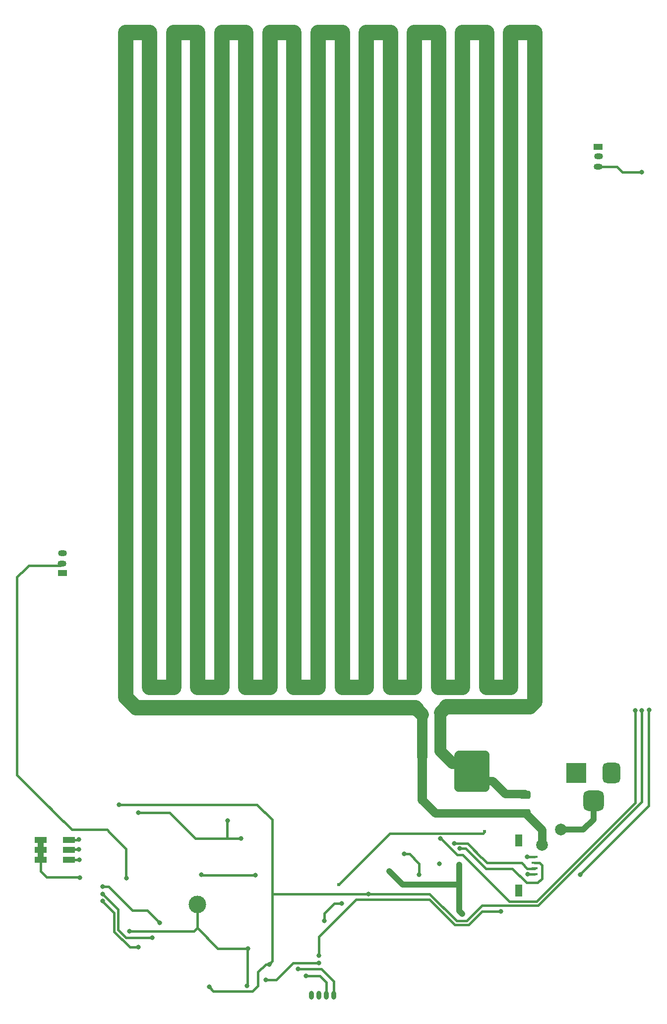
<source format=gbr>
%TF.GenerationSoftware,KiCad,Pcbnew,(6.0.0)*%
%TF.CreationDate,2022-06-08T16:09:46+02:00*%
%TF.ProjectId,HotPlate,486f7450-6c61-4746-952e-6b696361645f,1.0*%
%TF.SameCoordinates,Original*%
%TF.FileFunction,Copper,L1,Top*%
%TF.FilePolarity,Positive*%
%FSLAX46Y46*%
G04 Gerber Fmt 4.6, Leading zero omitted, Abs format (unit mm)*
G04 Created by KiCad (PCBNEW (6.0.0)) date 2022-06-08 16:09:46*
%MOMM*%
%LPD*%
G01*
G04 APERTURE LIST*
G04 Aperture macros list*
%AMRoundRect*
0 Rectangle with rounded corners*
0 $1 Rounding radius*
0 $2 $3 $4 $5 $6 $7 $8 $9 X,Y pos of 4 corners*
0 Add a 4 corners polygon primitive as box body*
4,1,4,$2,$3,$4,$5,$6,$7,$8,$9,$2,$3,0*
0 Add four circle primitives for the rounded corners*
1,1,$1+$1,$2,$3*
1,1,$1+$1,$4,$5*
1,1,$1+$1,$6,$7*
1,1,$1+$1,$8,$9*
0 Add four rect primitives between the rounded corners*
20,1,$1+$1,$2,$3,$4,$5,0*
20,1,$1+$1,$4,$5,$6,$7,0*
20,1,$1+$1,$6,$7,$8,$9,0*
20,1,$1+$1,$8,$9,$2,$3,0*%
G04 Aperture macros list end*
%TA.AperFunction,ComponentPad*%
%ADD10R,1.524000X1.016000*%
%TD*%
%TA.AperFunction,ComponentPad*%
%ADD11O,1.524000X1.016000*%
%TD*%
%TA.AperFunction,SMDPad,CuDef*%
%ADD12R,2.000000X1.100000*%
%TD*%
%TA.AperFunction,SMDPad,CuDef*%
%ADD13RoundRect,0.250000X0.650000X-0.412500X0.650000X0.412500X-0.650000X0.412500X-0.650000X-0.412500X0*%
%TD*%
%TA.AperFunction,SMDPad,CuDef*%
%ADD14R,1.000000X0.400000*%
%TD*%
%TA.AperFunction,SMDPad,CuDef*%
%ADD15R,1.300000X2.000000*%
%TD*%
%TA.AperFunction,SMDPad,CuDef*%
%ADD16R,1.200000X0.900000*%
%TD*%
%TA.AperFunction,ComponentPad*%
%ADD17R,3.500000X3.500000*%
%TD*%
%TA.AperFunction,ComponentPad*%
%ADD18RoundRect,0.750000X0.750000X1.000000X-0.750000X1.000000X-0.750000X-1.000000X0.750000X-1.000000X0*%
%TD*%
%TA.AperFunction,ComponentPad*%
%ADD19RoundRect,0.875000X0.875000X0.875000X-0.875000X0.875000X-0.875000X-0.875000X0.875000X-0.875000X0*%
%TD*%
%TA.AperFunction,SMDPad,CuDef*%
%ADD20O,0.800000X1.500000*%
%TD*%
%TA.AperFunction,ViaPad*%
%ADD21C,0.800000*%
%TD*%
%TA.AperFunction,ViaPad*%
%ADD22C,1.000000*%
%TD*%
%TA.AperFunction,ViaPad*%
%ADD23C,3.000000*%
%TD*%
%TA.AperFunction,ViaPad*%
%ADD24C,2.000000*%
%TD*%
%TA.AperFunction,ViaPad*%
%ADD25C,0.610000*%
%TD*%
%TA.AperFunction,Conductor*%
%ADD26C,0.400000*%
%TD*%
%TA.AperFunction,Conductor*%
%ADD27C,1.000000*%
%TD*%
%TA.AperFunction,Conductor*%
%ADD28C,2.600000*%
%TD*%
%TA.AperFunction,Conductor*%
%ADD29C,1.400000*%
%TD*%
%TA.AperFunction,Conductor*%
%ADD30C,1.600000*%
%TD*%
%TA.AperFunction,Conductor*%
%ADD31C,2.000000*%
%TD*%
%TA.AperFunction,Conductor*%
%ADD32C,1.800000*%
%TD*%
%TA.AperFunction,Conductor*%
%ADD33C,2.300000*%
%TD*%
G04 APERTURE END LIST*
D10*
%TO.P,LMT1,1,VDD*%
%TO.N,/3V3*%
X10605000Y-98060000D03*
D11*
%TO.P,LMT1,2,OUT*%
%TO.N,/IO13_TempData*%
X10575000Y-96450000D03*
%TO.P,LMT1,3,GND*%
%TO.N,/GND*%
X10635000Y-94730000D03*
%TD*%
D12*
%TO.P,RGBLED1,1,RK*%
%TO.N,Net-(LEDR3-Pad1)*%
X11702500Y-147030000D03*
%TO.P,RGBLED1,2,GK*%
%TO.N,Net-(LEDR2-Pad1)*%
X11702500Y-145330000D03*
%TO.P,RGBLED1,3,BK*%
%TO.N,Net-(LEDR1-Pad1)*%
X11702500Y-143630000D03*
%TO.P,RGBLED1,4,BA*%
%TO.N,/GND*%
X6902500Y-143630000D03*
%TO.P,RGBLED1,5,GA*%
X6902500Y-145330000D03*
%TO.P,RGBLED1,6,RA*%
X6902500Y-147030000D03*
%TD*%
D10*
%TO.P,LMT2,1,VDD*%
%TO.N,/3V3*%
X102079125Y-25400000D03*
D11*
%TO.P,LMT2,2,OUT*%
%TO.N,/IO15_TempData*%
X102109125Y-27010000D03*
%TO.P,LMT2,3,GND*%
%TO.N,/GND*%
X102049125Y-28730000D03*
%TD*%
D13*
%TO.P,PC3,1*%
%TO.N,Element*%
X89660000Y-139082500D03*
%TO.P,PC3,2*%
X89660000Y-135957500D03*
%TD*%
D14*
%TO.P,J11,1,Pin_1*%
%TO.N,/5V0*%
X91240000Y-146510000D03*
%TO.P,J11,2,Pin_2*%
%TO.N,/IO17_UD2TX_NexRX*%
X91240000Y-147510000D03*
%TO.P,J11,3,Pin_3*%
%TO.N,/IO16_UD2RX_NexTX*%
X91240000Y-148510000D03*
%TO.P,J11,4,Pin_4*%
%TO.N,/GND*%
X91240000Y-149510000D03*
D15*
%TO.P,J11,MP*%
%TO.N,N/C*%
X88540000Y-152310000D03*
X88540000Y-143710000D03*
%TD*%
D16*
%TO.P,HD1,1,K*%
%TO.N,Element*%
X86250000Y-139090000D03*
%TO.P,HD1,2,A*%
X86250000Y-135790000D03*
%TD*%
D17*
%TO.P,J1,1*%
%TO.N,Net-(5A1-Pad2)*%
X98320000Y-132252500D03*
D18*
%TO.P,J1,2*%
%TO.N,/GND*%
X104320000Y-132252500D03*
D19*
%TO.P,J1,3*%
X101320000Y-136952500D03*
%TD*%
D20*
%TO.P,J2,5,Pin_5*%
%TO.N,/RST_EN_RTS*%
X56975000Y-170149500D03*
%TO.P,J2,6,Pin_6*%
%TO.N,/IO0_BOOT_DTR*%
X55705000Y-170149500D03*
%TO.P,J2,7,Pin_7*%
%TO.N,unconnected-(J2-Pad7)*%
X54435000Y-170149500D03*
%TO.P,J2,8,Pin_8*%
%TO.N,unconnected-(J2-Pad8)*%
X53165000Y-170149500D03*
%TD*%
D21*
%TO.N,/5V0*%
X89920000Y-146520000D03*
%TO.N,/VIN-D*%
X68980000Y-146040000D03*
X71520000Y-149600000D03*
%TO.N,/GND*%
X99050000Y-149560000D03*
X54400000Y-164660000D03*
D22*
X66390000Y-148970000D03*
D21*
X23614648Y-138980000D03*
X42264648Y-162160000D03*
D22*
X78360000Y-147860000D03*
D21*
X38834648Y-140370000D03*
X45380000Y-167520000D03*
X90020000Y-149530000D03*
D22*
X78860000Y-156240000D03*
D21*
X41119648Y-143395000D03*
D23*
X33619648Y-154680000D03*
D21*
X22015000Y-159215000D03*
X13617852Y-150050000D03*
D24*
X95730000Y-141910000D03*
D21*
X74990000Y-147700000D03*
X58280000Y-154490000D03*
X55360000Y-157490000D03*
X42160000Y-168500000D03*
X109500000Y-29710000D03*
X110770000Y-121450000D03*
%TO.N,/3V3*%
X45890000Y-164860000D03*
X35660000Y-168750000D03*
X62850000Y-152850000D03*
X109510000Y-121520000D03*
X20310000Y-137640000D03*
%TO.N,/RST_EN_RTS*%
X50880000Y-165650000D03*
%TO.N,/IO13_TempData*%
X21510000Y-150180000D03*
%TO.N,/IO0_BOOT_DTR*%
X52160000Y-166850000D03*
%TO.N,/IO16_UD2RX_NexTX*%
X77480000Y-144240000D03*
%TO.N,/IO17_UD2TX_NexRX*%
X78430000Y-145070000D03*
%TO.N,Net-(LEDR1-Pad1)*%
X13382500Y-143570000D03*
%TO.N,Net-(LEDR2-Pad1)*%
X13442500Y-145300000D03*
%TO.N,Net-(LEDR3-Pad1)*%
X13472500Y-147070000D03*
%TO.N,/IO19_Gate*%
X43544648Y-149680000D03*
D25*
X57779648Y-151232500D03*
D21*
X34369648Y-149555000D03*
D25*
X82670000Y-142220000D03*
D21*
%TO.N,/IO14_LEDG*%
X17480000Y-152850000D03*
X25940000Y-160310000D03*
%TO.N,/IO12_LEDB*%
X23570000Y-161970000D03*
X17470000Y-154080000D03*
%TO.N,/IO15_TempData*%
X75130000Y-143410000D03*
X108430000Y-121580000D03*
%TO.N,/IO27_LEDR*%
X17450000Y-151570000D03*
X27205000Y-157805000D03*
D24*
%TO.N,Element*%
X79059648Y-130515000D03*
X92520000Y-144490000D03*
X81739648Y-130375000D03*
X78989648Y-133615000D03*
X81819648Y-133545000D03*
D21*
%TO.N,Net-(D1-Pad2)*%
X54370000Y-163390000D03*
X85485000Y-155855000D03*
%TD*%
D26*
%TO.N,/5V0*%
X89930000Y-146510000D02*
X89920000Y-146520000D01*
X91240000Y-146510000D02*
X89930000Y-146510000D01*
%TO.N,/VIN-D*%
X68980000Y-146040000D02*
X69850000Y-146040000D01*
X69850000Y-146040000D02*
X71520000Y-147710000D01*
X71520000Y-147710000D02*
X71520000Y-149600000D01*
%TO.N,/GND*%
X38729648Y-140485000D02*
X38799648Y-140415000D01*
X7952500Y-150040000D02*
X13592500Y-150040000D01*
X110770000Y-121450000D02*
X110730000Y-121490000D01*
X106230000Y-29710000D02*
X105250000Y-28730000D01*
D27*
X78360000Y-155740000D02*
X78860000Y-156240000D01*
D26*
X42264648Y-162160000D02*
X37109296Y-162160000D01*
X57060000Y-154490000D02*
X58280000Y-154490000D01*
X110730000Y-133020000D02*
X110730000Y-137810000D01*
X33339648Y-143395000D02*
X28924648Y-138980000D01*
X42220000Y-168620000D02*
X42220000Y-162080000D01*
X49960000Y-164660000D02*
X47100000Y-167520000D01*
D27*
X78360000Y-151260000D02*
X68700000Y-151260000D01*
X78360000Y-151260000D02*
X78360000Y-151820000D01*
X6892500Y-143650000D02*
X6892500Y-147050000D01*
D26*
X47100000Y-167520000D02*
X45380000Y-167520000D01*
X55360000Y-156190000D02*
X57060000Y-154490000D01*
D27*
X101320000Y-140150000D02*
X101320000Y-136952500D01*
D26*
X28924648Y-138980000D02*
X23614648Y-138980000D01*
X54400000Y-164660000D02*
X49960000Y-164660000D01*
X105250000Y-28730000D02*
X102049125Y-28730000D01*
X106230000Y-29710000D02*
X109500000Y-29710000D01*
D27*
X68700000Y-151260000D02*
X66400000Y-148960000D01*
D26*
X37109296Y-162160000D02*
X33619648Y-158670352D01*
X91240000Y-149510000D02*
X90160000Y-149510000D01*
X33619648Y-158670352D02*
X33619648Y-154680000D01*
X38799648Y-140415000D02*
X38834648Y-140380000D01*
X110730000Y-137810000D02*
X98960000Y-149580000D01*
X6902500Y-147030000D02*
X6902500Y-148990000D01*
D27*
X78360000Y-149620000D02*
X78360000Y-151260000D01*
D26*
X33075000Y-159215000D02*
X33619648Y-158670352D01*
D27*
X95730000Y-141910000D02*
X99560000Y-141910000D01*
X99560000Y-141910000D02*
X101320000Y-140150000D01*
D26*
X6902500Y-148990000D02*
X7952500Y-150040000D01*
X42134648Y-162250000D02*
X42204648Y-162180000D01*
X41119648Y-143395000D02*
X38729648Y-143395000D01*
X110730000Y-121490000D02*
X110730000Y-133020000D01*
X22015000Y-159215000D02*
X33075000Y-159215000D01*
X38729648Y-143395000D02*
X38729648Y-140485000D01*
D27*
X78360000Y-149620000D02*
X78360000Y-155740000D01*
X78360000Y-147860000D02*
X78360000Y-149620000D01*
D26*
X55360000Y-157490000D02*
X55360000Y-156190000D01*
X38729648Y-143395000D02*
X33339648Y-143395000D01*
%TO.N,/3V3*%
X45350000Y-164860000D02*
X44010000Y-166200000D01*
X62629648Y-152882500D02*
X60252148Y-152882500D01*
X44010000Y-166200000D02*
X44010000Y-168520000D01*
X46400000Y-164350000D02*
X46400000Y-152790000D01*
X20345000Y-137605000D02*
X20310000Y-137640000D01*
X109490000Y-137090000D02*
X109490000Y-121540000D01*
X44010000Y-168520000D02*
X43080000Y-169450000D01*
X43080000Y-169450000D02*
X36360000Y-169450000D01*
X43839648Y-137605000D02*
X20345000Y-137605000D01*
X45890000Y-164860000D02*
X45350000Y-164860000D01*
X60252148Y-152882500D02*
X59909648Y-152882500D01*
X46400000Y-152790000D02*
X46400000Y-140165352D01*
X46492500Y-152882500D02*
X46400000Y-152790000D01*
X73290000Y-152850000D02*
X77930000Y-157490000D01*
X77930000Y-157490000D02*
X79590000Y-157490000D01*
X82290000Y-154790000D02*
X91790000Y-154790000D01*
X46400000Y-140165352D02*
X43839648Y-137605000D01*
X36360000Y-169450000D02*
X35660000Y-168750000D01*
X45890000Y-164860000D02*
X46400000Y-164350000D01*
X79590000Y-157490000D02*
X82290000Y-154790000D01*
X109490000Y-121540000D02*
X109510000Y-121520000D01*
X102360000Y-25490000D02*
X102290000Y-25560000D01*
X91790000Y-154790000D02*
X109490000Y-137090000D01*
X60252148Y-152882500D02*
X46492500Y-152882500D01*
X62850000Y-152850000D02*
X73290000Y-152850000D01*
%TO.N,/RST_EN_RTS*%
X50900000Y-165630000D02*
X50880000Y-165650000D01*
X56975000Y-167765000D02*
X54840000Y-165630000D01*
X54840000Y-165630000D02*
X50900000Y-165630000D01*
X56975000Y-170149500D02*
X56975000Y-167765000D01*
%TO.N,/IO13_TempData*%
X18205352Y-141895352D02*
X18685000Y-142375000D01*
X2870000Y-98790000D02*
X4340000Y-97320000D01*
X12225352Y-141895352D02*
X9290000Y-138960000D01*
X21460000Y-145150000D02*
X21460000Y-150170000D01*
X2870000Y-132540000D02*
X2870000Y-98790000D01*
X14155352Y-141895352D02*
X12225352Y-141895352D01*
X14155352Y-141895352D02*
X18205352Y-141895352D01*
X4340000Y-97320000D02*
X4840000Y-96820000D01*
X10260000Y-96820000D02*
X10350000Y-96730000D01*
X9290000Y-138960000D02*
X2870000Y-132540000D01*
X18685000Y-142375000D02*
X21460000Y-145150000D01*
X9290000Y-138960000D02*
X8340000Y-138010000D01*
X4840000Y-96820000D02*
X10260000Y-96820000D01*
%TO.N,/IO0_BOOT_DTR*%
X55705000Y-170149500D02*
X55705000Y-167965000D01*
X54570000Y-166830000D02*
X52220000Y-166830000D01*
X55705000Y-167965000D02*
X54570000Y-166830000D01*
%TO.N,/IO16_UD2RX_NexTX*%
X81437324Y-145912676D02*
X81222324Y-145697676D01*
X81437324Y-145912676D02*
X82924648Y-147400000D01*
X85180000Y-147570000D02*
X84684648Y-147570000D01*
X81222324Y-145697676D02*
X80474648Y-144950000D01*
X84684648Y-147570000D02*
X84434648Y-147570000D01*
X85180000Y-147570000D02*
X89000000Y-147570000D01*
X89950000Y-148520000D02*
X91230000Y-148520000D01*
X91230000Y-148520000D02*
X91240000Y-148510000D01*
X89000000Y-147570000D02*
X89950000Y-148520000D01*
X80922324Y-145397676D02*
X81437324Y-145912676D01*
X80634648Y-145110000D02*
X80922324Y-145397676D01*
X83094648Y-147570000D02*
X82924648Y-147400000D01*
X81222324Y-145697676D02*
X79764648Y-144240000D01*
X85180000Y-147570000D02*
X83080000Y-147570000D01*
X79764648Y-144240000D02*
X77480000Y-144240000D01*
X84684648Y-147570000D02*
X83094648Y-147570000D01*
%TO.N,/IO17_UD2TX_NexRX*%
X92480000Y-147930000D02*
X92480000Y-150240000D01*
X79424648Y-145070000D02*
X78430000Y-145070000D01*
X87450000Y-148570000D02*
X82924648Y-148570000D01*
X92060000Y-147510000D02*
X92480000Y-147930000D01*
X81232324Y-146877676D02*
X81157324Y-146802676D01*
X81157324Y-146802676D02*
X80654648Y-146300000D01*
X82924648Y-148570000D02*
X81232324Y-146877676D01*
X80734648Y-146380000D02*
X80730000Y-146380000D01*
X81157324Y-146802676D02*
X80734648Y-146380000D01*
X91240000Y-147510000D02*
X92060000Y-147510000D01*
X92480000Y-150240000D02*
X91760000Y-150960000D01*
X91760000Y-150960000D02*
X89840000Y-150960000D01*
X81232324Y-146877676D02*
X79424648Y-145070000D01*
X89840000Y-150960000D02*
X87450000Y-148570000D01*
%TO.N,Net-(LEDR1-Pad1)*%
X11702500Y-143630000D02*
X13412500Y-143630000D01*
%TO.N,Net-(LEDR2-Pad1)*%
X13442500Y-145300000D02*
X11732500Y-145300000D01*
X11732500Y-145300000D02*
X11702500Y-145330000D01*
%TO.N,Net-(LEDR3-Pad1)*%
X11702500Y-147030000D02*
X13432500Y-147030000D01*
%TO.N,/IO19_Gate*%
X75450000Y-142520000D02*
X82400000Y-142520000D01*
X66492148Y-142520000D02*
X57779648Y-151232500D01*
X34494648Y-149680000D02*
X34369648Y-149555000D01*
X72204648Y-142520000D02*
X75450000Y-142520000D01*
X43544648Y-149680000D02*
X34494648Y-149680000D01*
X82400000Y-142520000D02*
X82670000Y-142250000D01*
X75450000Y-142520000D02*
X66492148Y-142520000D01*
%TO.N,/IO14_LEDG*%
X20140000Y-155510000D02*
X17480000Y-152850000D01*
X25940000Y-160310000D02*
X21490000Y-160310000D01*
X20140000Y-156930000D02*
X20140000Y-155510000D01*
X21490000Y-160310000D02*
X20140000Y-158960000D01*
X20140000Y-158960000D02*
X20140000Y-156930000D01*
%TO.N,/IO12_LEDB*%
X19450000Y-156060000D02*
X17340000Y-153950000D01*
X19450000Y-159290000D02*
X19450000Y-156060000D01*
X23570000Y-161970000D02*
X22130000Y-161970000D01*
X22130000Y-161970000D02*
X19450000Y-159290000D01*
%TO.N,/IO15_TempData*%
X75470000Y-143640000D02*
X78050000Y-146220000D01*
X78050000Y-146220000D02*
X78960000Y-146220000D01*
X91550000Y-154170000D02*
X108440000Y-137280000D01*
X86910000Y-154170000D02*
X91550000Y-154170000D01*
X108440000Y-121590000D02*
X108430000Y-121580000D01*
X78960000Y-146220000D02*
X86910000Y-154170000D01*
X108440000Y-137280000D02*
X108440000Y-121590000D01*
%TO.N,/IO27_LEDR*%
X27205000Y-157805000D02*
X27205000Y-157765000D01*
X18470000Y-151570000D02*
X17450000Y-151570000D01*
X25090000Y-155650000D02*
X22550000Y-155650000D01*
X27205000Y-157765000D02*
X25090000Y-155650000D01*
X22550000Y-155650000D02*
X18470000Y-151570000D01*
D28*
%TO.N,Element*%
X76120000Y-120880000D02*
X90390000Y-120880000D01*
D29*
X86250000Y-135790000D02*
X89492500Y-135790000D01*
D30*
X72050000Y-136830000D02*
X72050000Y-129440000D01*
D28*
X78890000Y-117600000D02*
X74780000Y-117600000D01*
D29*
X82759648Y-134665000D02*
X82759648Y-134185000D01*
D28*
X78900000Y-5820000D02*
X78900000Y-117600000D01*
D29*
X89652500Y-139090000D02*
X89660000Y-139082500D01*
X79460858Y-131297555D02*
X79258858Y-131095555D01*
X78164648Y-133620000D02*
X79694648Y-133620000D01*
X78159648Y-133245000D02*
X78159648Y-134655000D01*
D28*
X29575000Y-5800000D02*
X29575000Y-117580000D01*
X62465000Y-5800000D02*
X62465000Y-117580000D01*
X50120000Y-5790000D02*
X46010000Y-5790000D01*
X54245000Y-5810000D02*
X54245000Y-117590000D01*
D29*
X78164648Y-129220000D02*
X78259648Y-129125000D01*
D28*
X46015000Y-5780000D02*
X46015000Y-117560000D01*
X23150000Y-121060000D02*
X70850000Y-121060000D01*
D29*
X74310000Y-139090000D02*
X72050000Y-136830000D01*
X82074648Y-131520000D02*
X82759648Y-132205000D01*
D28*
X83000000Y-5820000D02*
X83000000Y-117600000D01*
X87120000Y-5790000D02*
X87120000Y-117570000D01*
D31*
X77185000Y-130515000D02*
X75150000Y-128480000D01*
D29*
X87100000Y-139090000D02*
X74310000Y-139090000D01*
D28*
X62455000Y-117580000D02*
X58345000Y-117580000D01*
D29*
X78164648Y-132189765D02*
X78164648Y-131520000D01*
X81010438Y-130405790D02*
X82660438Y-130405790D01*
D28*
X87110000Y-117570000D02*
X83000000Y-117570000D01*
X74780000Y-5820000D02*
X74780000Y-117600000D01*
X74775000Y-5830000D02*
X70665000Y-5830000D01*
X37795000Y-5790000D02*
X37795000Y-117570000D01*
D32*
X72050000Y-122260000D02*
X72050000Y-129440000D01*
D28*
X70850000Y-121060000D02*
X70970000Y-121180000D01*
D29*
X78164648Y-131520000D02*
X82074648Y-131520000D01*
D28*
X90390000Y-120880000D02*
X91230000Y-120040000D01*
D29*
X82759648Y-134185000D02*
X82759648Y-129125000D01*
X79279648Y-132555000D02*
X82199648Y-132555000D01*
D28*
X91230000Y-120040000D02*
X91230000Y-5790000D01*
D29*
X78164648Y-131520000D02*
X78164648Y-129220000D01*
X79258858Y-130405790D02*
X81010438Y-130405790D01*
X92520000Y-141930000D02*
X92520000Y-144490000D01*
X84005000Y-133545000D02*
X86250000Y-135790000D01*
X82660438Y-130405790D02*
X82759648Y-130505000D01*
D28*
X29565000Y-117580000D02*
X25455000Y-117580000D01*
X21355000Y-119265000D02*
X23150000Y-121060000D01*
X91230000Y-5790000D02*
X87120000Y-5790000D01*
D29*
X78164648Y-133620000D02*
X78164648Y-132189765D01*
X89672500Y-139082500D02*
X92520000Y-141930000D01*
D28*
X33675000Y-5800000D02*
X33675000Y-117580000D01*
D29*
X79694648Y-133620000D02*
X81504648Y-133620000D01*
D28*
X37790000Y-117560000D02*
X33680000Y-117560000D01*
X21355000Y-5810000D02*
X21355000Y-119265000D01*
X46005000Y-117560000D02*
X41895000Y-117560000D01*
D29*
X89660000Y-139082500D02*
X89672500Y-139082500D01*
X78259648Y-129125000D02*
X82759648Y-129125000D01*
D28*
X25455000Y-5800000D02*
X25455000Y-117580000D01*
D29*
X82199648Y-132555000D02*
X82759648Y-133115000D01*
X79258858Y-131095555D02*
X79258858Y-130844210D01*
D28*
X83005000Y-5830000D02*
X78895000Y-5830000D01*
X41895000Y-5780000D02*
X41895000Y-117560000D01*
D29*
X82759648Y-130505000D02*
X82759648Y-132205000D01*
D28*
X50115000Y-5780000D02*
X50115000Y-117560000D01*
X58340000Y-5810000D02*
X54230000Y-5810000D01*
D29*
X81504648Y-133620000D02*
X82194648Y-133620000D01*
D28*
X41890000Y-5790000D02*
X37780000Y-5790000D01*
D29*
X78249648Y-134665000D02*
X78164648Y-134580000D01*
X82759648Y-129125000D02*
X82759648Y-130505000D01*
X81819648Y-133545000D02*
X84005000Y-133545000D01*
X79258858Y-131095555D02*
X78164648Y-132189765D01*
X79258858Y-130844210D02*
X79258858Y-130405790D01*
X86250000Y-139090000D02*
X87100000Y-139090000D01*
X82194648Y-133620000D02*
X82759648Y-134185000D01*
X82759648Y-134665000D02*
X78249648Y-134665000D01*
D28*
X70680000Y-5830000D02*
X70680000Y-117610000D01*
X58345000Y-5800000D02*
X58345000Y-117580000D01*
D31*
X79059648Y-130515000D02*
X77185000Y-130515000D01*
X75150000Y-128480000D02*
X75150000Y-121850000D01*
D33*
X70970000Y-121180000D02*
X72050000Y-122260000D01*
D28*
X70675000Y-117600000D02*
X66565000Y-117600000D01*
X25450000Y-5810000D02*
X21340000Y-5810000D01*
D29*
X87100000Y-139090000D02*
X89652500Y-139090000D01*
D33*
X75150000Y-121850000D02*
X76120000Y-120880000D01*
D29*
X82759648Y-132205000D02*
X82759648Y-133115000D01*
D28*
X66565000Y-5800000D02*
X66565000Y-117580000D01*
X54240000Y-117580000D02*
X50130000Y-117580000D01*
X66570000Y-5810000D02*
X62460000Y-5810000D01*
X33680000Y-5810000D02*
X29570000Y-5810000D01*
D26*
%TO.N,Net-(D1-Pad2)*%
X60750000Y-153820000D02*
X54370000Y-160200000D01*
X54370000Y-160200000D02*
X54370000Y-163390000D01*
X80000000Y-158110000D02*
X77560000Y-158110000D01*
X85485000Y-155855000D02*
X82255000Y-155855000D01*
X73270000Y-153820000D02*
X60750000Y-153820000D01*
X77560000Y-158110000D02*
X73270000Y-153820000D01*
X82255000Y-155855000D02*
X80000000Y-158110000D01*
%TD*%
M02*

</source>
